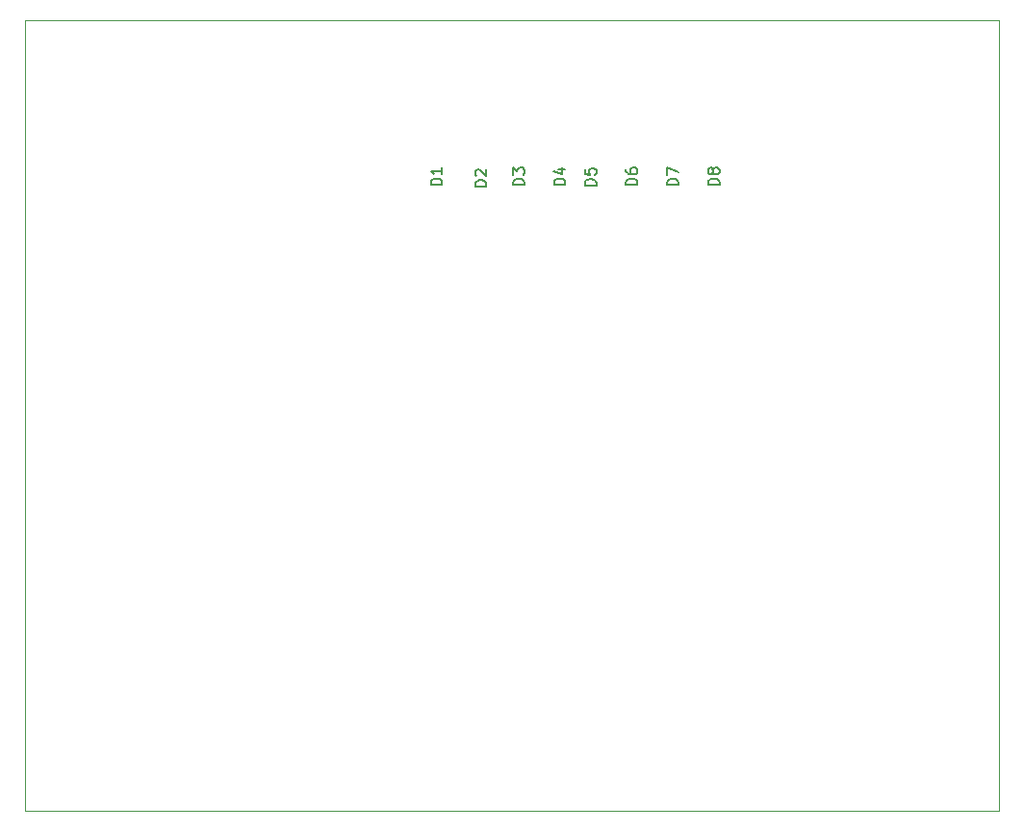
<source format=gbo>
%TF.GenerationSoftware,KiCad,Pcbnew,9.0.7*%
%TF.CreationDate,2026-02-20T22:18:56+01:00*%
%TF.ProjectId,Schematic.kicad_pcb_2,53636865-6d61-4746-9963-2e6b69636164,rev?*%
%TF.SameCoordinates,Original*%
%TF.FileFunction,Legend,Bot*%
%TF.FilePolarity,Positive*%
%FSLAX46Y46*%
G04 Gerber Fmt 4.6, Leading zero omitted, Abs format (unit mm)*
G04 Created by KiCad (PCBNEW 9.0.7) date 2026-02-20 22:18:56*
%MOMM*%
%LPD*%
G01*
G04 APERTURE LIST*
%ADD10C,0.150000*%
%TA.AperFunction,Profile*%
%ADD11C,0.050000*%
%TD*%
G04 APERTURE END LIST*
D10*
X61955890Y-29488094D02*
X60955890Y-29488094D01*
X60955890Y-29488094D02*
X60955890Y-29249999D01*
X60955890Y-29249999D02*
X61003509Y-29107142D01*
X61003509Y-29107142D02*
X61098747Y-29011904D01*
X61098747Y-29011904D02*
X61193985Y-28964285D01*
X61193985Y-28964285D02*
X61384461Y-28916666D01*
X61384461Y-28916666D02*
X61527318Y-28916666D01*
X61527318Y-28916666D02*
X61717794Y-28964285D01*
X61717794Y-28964285D02*
X61813032Y-29011904D01*
X61813032Y-29011904D02*
X61908271Y-29107142D01*
X61908271Y-29107142D02*
X61955890Y-29249999D01*
X61955890Y-29249999D02*
X61955890Y-29488094D01*
X60955890Y-28583332D02*
X60955890Y-27964285D01*
X60955890Y-27964285D02*
X61336842Y-28297618D01*
X61336842Y-28297618D02*
X61336842Y-28154761D01*
X61336842Y-28154761D02*
X61384461Y-28059523D01*
X61384461Y-28059523D02*
X61432080Y-28011904D01*
X61432080Y-28011904D02*
X61527318Y-27964285D01*
X61527318Y-27964285D02*
X61765413Y-27964285D01*
X61765413Y-27964285D02*
X61860651Y-28011904D01*
X61860651Y-28011904D02*
X61908271Y-28059523D01*
X61908271Y-28059523D02*
X61955890Y-28154761D01*
X61955890Y-28154761D02*
X61955890Y-28440475D01*
X61955890Y-28440475D02*
X61908271Y-28535713D01*
X61908271Y-28535713D02*
X61860651Y-28583332D01*
X65570176Y-29488094D02*
X64570176Y-29488094D01*
X64570176Y-29488094D02*
X64570176Y-29249999D01*
X64570176Y-29249999D02*
X64617795Y-29107142D01*
X64617795Y-29107142D02*
X64713033Y-29011904D01*
X64713033Y-29011904D02*
X64808271Y-28964285D01*
X64808271Y-28964285D02*
X64998747Y-28916666D01*
X64998747Y-28916666D02*
X65141604Y-28916666D01*
X65141604Y-28916666D02*
X65332080Y-28964285D01*
X65332080Y-28964285D02*
X65427318Y-29011904D01*
X65427318Y-29011904D02*
X65522557Y-29107142D01*
X65522557Y-29107142D02*
X65570176Y-29249999D01*
X65570176Y-29249999D02*
X65570176Y-29488094D01*
X64903509Y-28059523D02*
X65570176Y-28059523D01*
X64522557Y-28297618D02*
X65236842Y-28535713D01*
X65236842Y-28535713D02*
X65236842Y-27916666D01*
X71898748Y-29488094D02*
X70898748Y-29488094D01*
X70898748Y-29488094D02*
X70898748Y-29249999D01*
X70898748Y-29249999D02*
X70946367Y-29107142D01*
X70946367Y-29107142D02*
X71041605Y-29011904D01*
X71041605Y-29011904D02*
X71136843Y-28964285D01*
X71136843Y-28964285D02*
X71327319Y-28916666D01*
X71327319Y-28916666D02*
X71470176Y-28916666D01*
X71470176Y-28916666D02*
X71660652Y-28964285D01*
X71660652Y-28964285D02*
X71755890Y-29011904D01*
X71755890Y-29011904D02*
X71851129Y-29107142D01*
X71851129Y-29107142D02*
X71898748Y-29249999D01*
X71898748Y-29249999D02*
X71898748Y-29488094D01*
X70898748Y-28059523D02*
X70898748Y-28249999D01*
X70898748Y-28249999D02*
X70946367Y-28345237D01*
X70946367Y-28345237D02*
X70993986Y-28392856D01*
X70993986Y-28392856D02*
X71136843Y-28488094D01*
X71136843Y-28488094D02*
X71327319Y-28535713D01*
X71327319Y-28535713D02*
X71708271Y-28535713D01*
X71708271Y-28535713D02*
X71803509Y-28488094D01*
X71803509Y-28488094D02*
X71851129Y-28440475D01*
X71851129Y-28440475D02*
X71898748Y-28345237D01*
X71898748Y-28345237D02*
X71898748Y-28154761D01*
X71898748Y-28154761D02*
X71851129Y-28059523D01*
X71851129Y-28059523D02*
X71803509Y-28011904D01*
X71803509Y-28011904D02*
X71708271Y-27964285D01*
X71708271Y-27964285D02*
X71470176Y-27964285D01*
X71470176Y-27964285D02*
X71374938Y-28011904D01*
X71374938Y-28011904D02*
X71327319Y-28059523D01*
X71327319Y-28059523D02*
X71279700Y-28154761D01*
X71279700Y-28154761D02*
X71279700Y-28345237D01*
X71279700Y-28345237D02*
X71327319Y-28440475D01*
X71327319Y-28440475D02*
X71374938Y-28488094D01*
X71374938Y-28488094D02*
X71470176Y-28535713D01*
X54727319Y-29488094D02*
X53727319Y-29488094D01*
X53727319Y-29488094D02*
X53727319Y-29249999D01*
X53727319Y-29249999D02*
X53774938Y-29107142D01*
X53774938Y-29107142D02*
X53870176Y-29011904D01*
X53870176Y-29011904D02*
X53965414Y-28964285D01*
X53965414Y-28964285D02*
X54155890Y-28916666D01*
X54155890Y-28916666D02*
X54298747Y-28916666D01*
X54298747Y-28916666D02*
X54489223Y-28964285D01*
X54489223Y-28964285D02*
X54584461Y-29011904D01*
X54584461Y-29011904D02*
X54679700Y-29107142D01*
X54679700Y-29107142D02*
X54727319Y-29249999D01*
X54727319Y-29249999D02*
X54727319Y-29488094D01*
X54727319Y-27964285D02*
X54727319Y-28535713D01*
X54727319Y-28249999D02*
X53727319Y-28249999D01*
X53727319Y-28249999D02*
X53870176Y-28345237D01*
X53870176Y-28345237D02*
X53965414Y-28440475D01*
X53965414Y-28440475D02*
X54013033Y-28535713D01*
X58624105Y-29638094D02*
X57624105Y-29638094D01*
X57624105Y-29638094D02*
X57624105Y-29399999D01*
X57624105Y-29399999D02*
X57671724Y-29257142D01*
X57671724Y-29257142D02*
X57766962Y-29161904D01*
X57766962Y-29161904D02*
X57862200Y-29114285D01*
X57862200Y-29114285D02*
X58052676Y-29066666D01*
X58052676Y-29066666D02*
X58195533Y-29066666D01*
X58195533Y-29066666D02*
X58386009Y-29114285D01*
X58386009Y-29114285D02*
X58481247Y-29161904D01*
X58481247Y-29161904D02*
X58576486Y-29257142D01*
X58576486Y-29257142D02*
X58624105Y-29399999D01*
X58624105Y-29399999D02*
X58624105Y-29638094D01*
X57719343Y-28685713D02*
X57671724Y-28638094D01*
X57671724Y-28638094D02*
X57624105Y-28542856D01*
X57624105Y-28542856D02*
X57624105Y-28304761D01*
X57624105Y-28304761D02*
X57671724Y-28209523D01*
X57671724Y-28209523D02*
X57719343Y-28161904D01*
X57719343Y-28161904D02*
X57814581Y-28114285D01*
X57814581Y-28114285D02*
X57909819Y-28114285D01*
X57909819Y-28114285D02*
X58052676Y-28161904D01*
X58052676Y-28161904D02*
X58624105Y-28733332D01*
X58624105Y-28733332D02*
X58624105Y-28114285D01*
X68284462Y-29548094D02*
X67284462Y-29548094D01*
X67284462Y-29548094D02*
X67284462Y-29309999D01*
X67284462Y-29309999D02*
X67332081Y-29167142D01*
X67332081Y-29167142D02*
X67427319Y-29071904D01*
X67427319Y-29071904D02*
X67522557Y-29024285D01*
X67522557Y-29024285D02*
X67713033Y-28976666D01*
X67713033Y-28976666D02*
X67855890Y-28976666D01*
X67855890Y-28976666D02*
X68046366Y-29024285D01*
X68046366Y-29024285D02*
X68141604Y-29071904D01*
X68141604Y-29071904D02*
X68236843Y-29167142D01*
X68236843Y-29167142D02*
X68284462Y-29309999D01*
X68284462Y-29309999D02*
X68284462Y-29548094D01*
X67284462Y-28071904D02*
X67284462Y-28548094D01*
X67284462Y-28548094D02*
X67760652Y-28595713D01*
X67760652Y-28595713D02*
X67713033Y-28548094D01*
X67713033Y-28548094D02*
X67665414Y-28452856D01*
X67665414Y-28452856D02*
X67665414Y-28214761D01*
X67665414Y-28214761D02*
X67713033Y-28119523D01*
X67713033Y-28119523D02*
X67760652Y-28071904D01*
X67760652Y-28071904D02*
X67855890Y-28024285D01*
X67855890Y-28024285D02*
X68093985Y-28024285D01*
X68093985Y-28024285D02*
X68189223Y-28071904D01*
X68189223Y-28071904D02*
X68236843Y-28119523D01*
X68236843Y-28119523D02*
X68284462Y-28214761D01*
X68284462Y-28214761D02*
X68284462Y-28452856D01*
X68284462Y-28452856D02*
X68236843Y-28548094D01*
X68236843Y-28548094D02*
X68189223Y-28595713D01*
X79127319Y-29488094D02*
X78127319Y-29488094D01*
X78127319Y-29488094D02*
X78127319Y-29249999D01*
X78127319Y-29249999D02*
X78174938Y-29107142D01*
X78174938Y-29107142D02*
X78270176Y-29011904D01*
X78270176Y-29011904D02*
X78365414Y-28964285D01*
X78365414Y-28964285D02*
X78555890Y-28916666D01*
X78555890Y-28916666D02*
X78698747Y-28916666D01*
X78698747Y-28916666D02*
X78889223Y-28964285D01*
X78889223Y-28964285D02*
X78984461Y-29011904D01*
X78984461Y-29011904D02*
X79079700Y-29107142D01*
X79079700Y-29107142D02*
X79127319Y-29249999D01*
X79127319Y-29249999D02*
X79127319Y-29488094D01*
X78555890Y-28345237D02*
X78508271Y-28440475D01*
X78508271Y-28440475D02*
X78460652Y-28488094D01*
X78460652Y-28488094D02*
X78365414Y-28535713D01*
X78365414Y-28535713D02*
X78317795Y-28535713D01*
X78317795Y-28535713D02*
X78222557Y-28488094D01*
X78222557Y-28488094D02*
X78174938Y-28440475D01*
X78174938Y-28440475D02*
X78127319Y-28345237D01*
X78127319Y-28345237D02*
X78127319Y-28154761D01*
X78127319Y-28154761D02*
X78174938Y-28059523D01*
X78174938Y-28059523D02*
X78222557Y-28011904D01*
X78222557Y-28011904D02*
X78317795Y-27964285D01*
X78317795Y-27964285D02*
X78365414Y-27964285D01*
X78365414Y-27964285D02*
X78460652Y-28011904D01*
X78460652Y-28011904D02*
X78508271Y-28059523D01*
X78508271Y-28059523D02*
X78555890Y-28154761D01*
X78555890Y-28154761D02*
X78555890Y-28345237D01*
X78555890Y-28345237D02*
X78603509Y-28440475D01*
X78603509Y-28440475D02*
X78651128Y-28488094D01*
X78651128Y-28488094D02*
X78746366Y-28535713D01*
X78746366Y-28535713D02*
X78936842Y-28535713D01*
X78936842Y-28535713D02*
X79032080Y-28488094D01*
X79032080Y-28488094D02*
X79079700Y-28440475D01*
X79079700Y-28440475D02*
X79127319Y-28345237D01*
X79127319Y-28345237D02*
X79127319Y-28154761D01*
X79127319Y-28154761D02*
X79079700Y-28059523D01*
X79079700Y-28059523D02*
X79032080Y-28011904D01*
X79032080Y-28011904D02*
X78936842Y-27964285D01*
X78936842Y-27964285D02*
X78746366Y-27964285D01*
X78746366Y-27964285D02*
X78651128Y-28011904D01*
X78651128Y-28011904D02*
X78603509Y-28059523D01*
X78603509Y-28059523D02*
X78555890Y-28154761D01*
X75513033Y-29488094D02*
X74513033Y-29488094D01*
X74513033Y-29488094D02*
X74513033Y-29249999D01*
X74513033Y-29249999D02*
X74560652Y-29107142D01*
X74560652Y-29107142D02*
X74655890Y-29011904D01*
X74655890Y-29011904D02*
X74751128Y-28964285D01*
X74751128Y-28964285D02*
X74941604Y-28916666D01*
X74941604Y-28916666D02*
X75084461Y-28916666D01*
X75084461Y-28916666D02*
X75274937Y-28964285D01*
X75274937Y-28964285D02*
X75370175Y-29011904D01*
X75370175Y-29011904D02*
X75465414Y-29107142D01*
X75465414Y-29107142D02*
X75513033Y-29249999D01*
X75513033Y-29249999D02*
X75513033Y-29488094D01*
X74513033Y-28583332D02*
X74513033Y-27916666D01*
X74513033Y-27916666D02*
X75513033Y-28345237D01*
D11*
X18000000Y-14943750D02*
X103725000Y-14943750D01*
X103725000Y-84581250D01*
X18000000Y-84581250D01*
X18000000Y-14943750D01*
M02*

</source>
